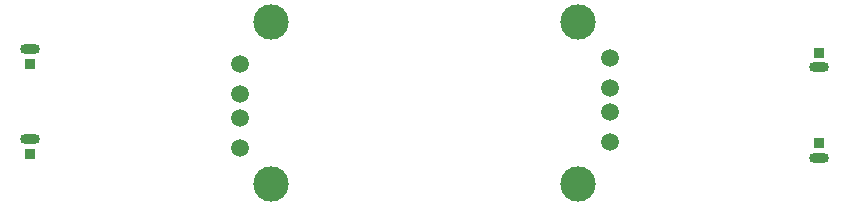
<source format=gbs>
%TF.GenerationSoftware,KiCad,Pcbnew,5.1.10*%
%TF.CreationDate,2021-10-31T19:01:46+09:00*%
%TF.ProjectId,usb_charger,7573625f-6368-4617-9267-65722e6b6963,rev?*%
%TF.SameCoordinates,Original*%
%TF.FileFunction,Soldermask,Bot*%
%TF.FilePolarity,Negative*%
%FSLAX46Y46*%
G04 Gerber Fmt 4.6, Leading zero omitted, Abs format (unit mm)*
G04 Created by KiCad (PCBNEW 5.1.10) date 2021-10-31 19:01:46*
%MOMM*%
%LPD*%
G01*
G04 APERTURE LIST*
%ADD10R,0.850000X0.850000*%
%ADD11O,1.700000X0.850000*%
%ADD12C,1.500000*%
%ADD13C,3.000000*%
G04 APERTURE END LIST*
D10*
%TO.C,J3*%
X91800002Y-92849997D03*
D11*
X91800002Y-91599997D03*
%TD*%
D10*
%TO.C,J2*%
X91799999Y-85199997D03*
D11*
X91799999Y-83949997D03*
%TD*%
%TO.C,J3*%
X158600000Y-85500000D03*
D10*
X158600000Y-84250000D03*
%TD*%
D11*
%TO.C,J2*%
X158600000Y-93150000D03*
D10*
X158600000Y-91900000D03*
%TD*%
D12*
%TO.C,J1*%
X109550002Y-92360005D03*
X109550002Y-89820005D03*
X109550002Y-87790005D03*
X109550002Y-85250005D03*
D13*
X112220002Y-95410005D03*
X112220002Y-81690005D03*
%TD*%
%TO.C,J1*%
X138180000Y-95410000D03*
X138180000Y-81690000D03*
D12*
X140850000Y-91850000D03*
X140850000Y-89310000D03*
X140850000Y-87280000D03*
X140850000Y-84740000D03*
%TD*%
M02*

</source>
